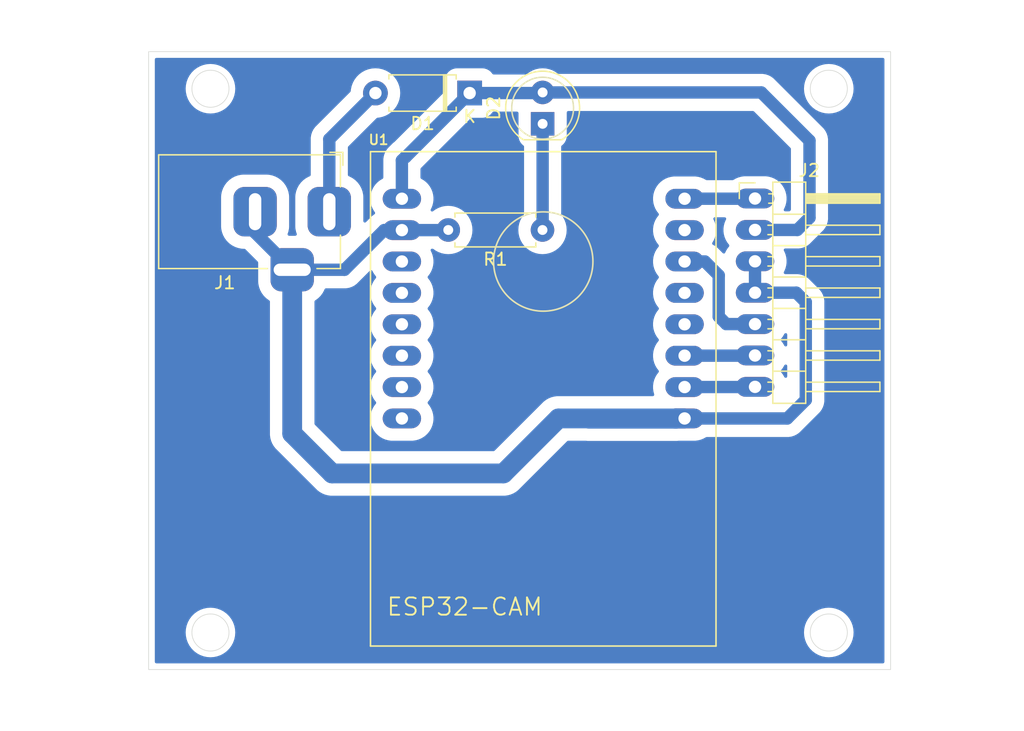
<source format=kicad_pcb>
(kicad_pcb (version 20240108) (generator "pcbnew") (generator_version "8.0")
  (layers (0 "F.Cu" signal) (31 "B.Cu" signal) (34 "B.Paste" user) (35 "F.Paste" user) (36 "B.SilkS" user "B.Silkscreen") (37 "F.SilkS" user "F.Silkscreen") (38 "B.Mask" user) (39 "F.Mask" user) (44 "Edge.Cuts" user))
  (net 0 "")
  (net 1 "Net-(D1-A)")
  (net 2 "+5V")
  (net 3 "Net-(D2-K)")
  (net 4 "GND")
  (net 5 "GPIO_0")
  (net 6 "UART_TX")
  (net 7 "UART_RX")
  (net 8 "+3.3V")
  (footprint "LED_THT:LED_D5.0mm" (layer "F.Cu") (at 139.09933 50.75467 90)
    (property "Reference" "D2" (at 1.27 -3.96 -90) (layer "F.SilkS"))
    (property "Value" "LED")
    (fp_line (start -1.29 -1.545) (end -1.29 1.545) (stroke (width 0.12)) (layer "F.SilkS"))
    (fp_arc (start -1.29 -1.54483) (mid 2.072002 -2.880433) (end 4.26 0.000462) (stroke (width 0.12)) (layer "F.SilkS"))
    (fp_arc (start 4.26 -0.000462) (mid 2.072002 2.880433) (end -1.29 1.54483) (stroke (width 0.12)) (layer "F.SilkS"))
    (fp_circle (center 1.27 0) (end 3.77 0) (stroke (width 0.12)) (fill none) (layer "F.SilkS"))
    (pad "1" thru_hole rect (at 0 0 90) (size 1.9 1.9) (drill 0.8) (layers "*.Cu" "*.Mask") (net 3 "Net-(D2-K)"))
    (pad "2" thru_hole circle (at 2.54 0 90) (size 1.9 1.9) (drill 0.8) (layers "*.Cu" "*.Mask") (net 2 "+5V"))
  )
  (footprint "Connector_BarrelJack:BarrelJack_Horizontal" (layer "F.Cu") (at 121.84933 57.86467)
    (property "Reference" "J1" (at -8.45 5.75 0) (layer "F.SilkS"))
    (property "Value" "Barrel_Jack_Switch")
    (fp_line (start -13.8 -4.6) (end 0.9 -4.6) (stroke (width 0.12)) (layer "F.SilkS"))
    (fp_line (start -13.8 4.6) (end -13.8 -4.6) (stroke (width 0.12)) (layer "F.SilkS"))
    (fp_line (start -5 4.6) (end -13.8 4.6) (stroke (width 0.12)) (layer "F.SilkS"))
    (fp_line (start 0.05 -4.8) (end 1.1 -4.8) (stroke (width 0.12)) (layer "F.SilkS"))
    (fp_line (start 0.9 -4.6) (end 0.9 -2) (stroke (width 0.12)) (layer "F.SilkS"))
    (fp_line (start 0.9 1.9) (end 0.9 4.6) (stroke (width 0.12)) (layer "F.SilkS"))
    (fp_line (start 0.9 4.6) (end -1 4.6) (stroke (width 0.12)) (layer "F.SilkS"))
    (fp_line (start 1.1 -3.75) (end 1.1 -4.8) (stroke (width 0.12)) (layer "F.SilkS"))
    (pad "1" thru_hole roundrect (at 0 0) (size 3.5 4) (drill oval 1 3) (layers "*.Cu" "*.Mask") (net 1 "Net-(D1-A)"))
    (pad "2" thru_hole roundrect (at -6 0) (size 3.5 4) (drill oval 1 3) (layers "*.Cu" "*.Mask") (net 4 "GND"))
    (pad "3" thru_hole roundrect (at -3 4.7) (size 3.5 3.5) (drill oval 3 1) (layers "*.Cu" "*.Mask") (net 4 "GND"))
  )
  (footprint "Resistor_THT:R_Axial_DIN0207_L6.3mm_D2.5mm_P7.62mm_Horizontal" (layer "F.Cu") (at 139.08933 59.34467 180)
    (property "Reference" "R1" (at 3.81 -2.37 180) (layer "F.SilkS"))
    (property "Value" "220R")
    (fp_line (start 7.08 1.37) (end 7.08 1.04) (stroke (width 0.12)) (layer "F.SilkS"))
    (fp_line (start 7.08 -1.37) (end 7.08 -1.04) (stroke (width 0.12)) (layer "F.SilkS"))
    (fp_line (start 0.54 1.37) (end 7.08 1.37) (stroke (width 0.12)) (layer "F.SilkS"))
    (fp_line (start 0.54 1.04) (end 0.54 1.37) (stroke (width 0.12)) (layer "F.SilkS"))
    (fp_line (start 0.54 -1.04) (end 0.54 -1.37) (stroke (width 0.12)) (layer "F.SilkS"))
    (fp_line (start 0.54 -1.37) (end 7.08 -1.37) (stroke (width 0.12)) (layer "F.SilkS"))
    (pad "1" thru_hole circle (at 0 0 180) (size 1.9 1.9) (drill 0.8) (layers "*.Cu" "*.Mask") (net 3 "Net-(D2-K)"))
    (pad "2" thru_hole circle (at 7.62 0 180) (size 1.9 1.9) (drill 0.8) (layers "*.Cu" "*.Mask") (net 4 "GND"))
  )
  (footprint "Connector_PinHeader_2.54mm:PinHeader_1x07_P2.54mm_Horizontal" (layer "F.Cu") (at 156.27433 56.79967)
    (property "Reference" "J2" (at 4.385 -2.27 0) (layer "F.SilkS"))
    (property "Value" "PROGRAMMING CONNECTOR")
    (fp_line (start -1.27 -1.27) (end 0 -1.27) (stroke (width 0.12)) (layer "F.SilkS"))
    (fp_line (start -1.27 0) (end -1.27 -1.27) (stroke (width 0.12)) (layer "F.SilkS"))
    (fp_line (start 1.042929 2.16) (end 1.44 2.16) (stroke (width 0.12)) (layer "F.SilkS"))
    (fp_line (start 1.042929 2.92) (end 1.44 2.92) (stroke (width 0.12)) (layer "F.SilkS"))
    (fp_line (start 1.042929 4.7) (end 1.44 4.7) (stroke (width 0.12)) (layer "F.SilkS"))
    (fp_line (start 1.042929 5.46) (end 1.44 5.46) (stroke (width 0.12)) (layer "F.SilkS"))
    (fp_line (start 1.042929 7.24) (end 1.44 7.24) (stroke (width 0.12)) (layer "F.SilkS"))
    (fp_line (start 1.042929 8) (end 1.44 8) (stroke (width 0.12)) (layer "F.SilkS"))
    (fp_line (start 1.042929 9.78) (end 1.44 9.78) (stroke (width 0.12)) (layer "F.SilkS"))
    (fp_line (start 1.042929 10.54) (end 1.44 10.54) (stroke (width 0.12)) (layer "F.SilkS"))
    (fp_line (start 1.042929 12.32) (end 1.44 12.32) (stroke (width 0.12)) (layer "F.SilkS"))
    (fp_line (start 1.042929 13.08) (end 1.44 13.08) (stroke (width 0.12)) (layer "F.SilkS"))
    (fp_line (start 1.042929 14.86) (end 1.44 14.86) (stroke (width 0.12)) (layer "F.SilkS"))
    (fp_line (start 1.042929 15.62) (end 1.44 15.62) (stroke (width 0.12)) (layer "F.SilkS"))
    (fp_line (start 1.11 -0.38) (end 1.44 -0.38) (stroke (width 0.12)) (layer "F.SilkS"))
    (fp_line (start 1.11 0.38) (end 1.44 0.38) (stroke (width 0.12)) (layer "F.SilkS"))
    (fp_line (start 1.44 -1.33) (end 1.44 16.57) (stroke (width 0.12)) (layer "F.SilkS"))
    (fp_line (start 1.44 1.27) (end 4.1 1.27) (stroke (width 0.12)) (layer "F.SilkS"))
    (fp_line (start 1.44 3.81) (end 4.1 3.81) (stroke (width 0.12)) (layer "F.SilkS"))
    (fp_line (start 1.44 6.35) (end 4.1 6.35) (stroke (width 0.12)) (layer "F.SilkS"))
    (fp_line (start 1.44 8.89) (end 4.1 8.89) (stroke (width 0.12)) (layer "F.SilkS"))
    (fp_line (start 1.44 11.43) (end 4.1 11.43) (stroke (width 0.12)) (layer "F.SilkS"))
    (fp_line (start 1.44 13.97) (end 4.1 13.97) (stroke (width 0.12)) (layer "F.SilkS"))
    (fp_line (start 1.44 16.57) (end 4.1 16.57) (stroke (width 0.12)) (layer "F.SilkS"))
    (fp_line (start 4.1 -1.33) (end 1.44 -1.33) (stroke (width 0.12)) (layer "F.SilkS"))
    (fp_line (start 4.1 -0.38) (end 10.1 -0.38) (stroke (width 0.12)) (layer "F.SilkS"))
    (fp_line (start 4.1 -0.32) (end 10.1 -0.32) (stroke (width 0.12)) (layer "F.SilkS"))
    (fp_line (start 4.1 -0.2) (end 10.1 -0.2) (stroke (width 0.12)) (layer "F.SilkS"))
    (fp_line (start 4.1 -0.08) (end 10.1 -0.08) (stroke (width 0.12)) (layer "F.SilkS"))
    (fp_line (start 4.1 0.04) (end 10.1 0.04) (stroke (width 0.12)) (layer "F.SilkS"))
    (fp_line (start 4.1 0.16) (end 10.1 0.16) (stroke (width 0.12)) (layer "F.SilkS"))
    (fp_line (start 4.1 0.28) (end 10.1 0.28) (stroke (width 0.12)) (layer "F.SilkS"))
    (fp_line (start 4.1 2.16) (end 10.1 2.16) (stroke (width 0.12)) (layer "F.SilkS"))
    (fp_line (start 4.1 4.7) (end 10.1 4.7) (stroke (width 0.12)) (layer "F.SilkS"))
    (fp_line (start 4.1 7.24) (end 10.1 7.24) (stroke (width 0.12)) (layer "F.SilkS"))
    (fp_line (start 4.1 9.78) (end 10.1 9.78) (stroke (width 0.12)) (layer "F.SilkS"))
    (fp_line (start 4.1 12.32) (end 10.1 12.32) (stroke (width 0.12)) (layer "F.SilkS"))
    (fp_line (start 4.1 14.86) (end 10.1 14.86) (stroke (width 0.12)) (layer "F.SilkS"))
    (fp_line (start 4.1 16.57) (end 4.1 -1.33) (stroke (width 0.12)) (layer "F.SilkS"))
    (fp_line (start 10.1 -0.38) (end 10.1 0.38) (stroke (width 0.12)) (layer "F.SilkS"))
    (fp_line (start 10.1 0.38) (end 4.1 0.38) (stroke (width 0.12)) (layer "F.SilkS"))
    (fp_line (start 10.1 2.16) (end 10.1 2.92) (stroke (width 0.12)) (layer "F.SilkS"))
    (fp_line (start 10.1 2.92) (end 4.1 2.92) (stroke (width 0.12)) (layer "F.SilkS"))
    (fp_line (start 10.1 4.7) (end 10.1 5.46) (stroke (width 0.12)) (layer "F.SilkS"))
    (fp_line (start 10.1 5.46) (end 4.1 5.46) (stroke (width 0.12)) (layer "F.SilkS"))
    (fp_line (start 10.1 7.24) (end 10.1 8) (stroke (width 0.12)) (layer "F.SilkS"))
    (fp_line (start 10.1 8) (end 4.1 8) (stroke (width 0.12)) (layer "F.SilkS"))
    (fp_line (start 10.1 9.78) (end 10.1 10.54) (stroke (width 0.12)) (layer "F.SilkS"))
    (fp_line (start 10.1 10.54) (end 4.1 10.54) (stroke (width 0.12)) (layer "F.SilkS"))
    (fp_line (start 10.1 12.32) (end 10.1 13.08) (stroke (width 0.12)) (layer "F.SilkS"))
    (fp_line (start 10.1 13.08) (end 4.1 13.08) (stroke (width 0.12)) (layer "F.SilkS"))
    (fp_line (start 10.1 14.86) (end 10.1 15.62) (stroke (width 0.12)) (layer "F.SilkS"))
    (fp_line (start 10.1 15.62) (end 4.1 15.62) (stroke (width 0.12)) (layer "F.SilkS"))
    (pad "1" thru_hole oval (at 0 0) (size 3.1 1.6) (drill 1) (layers "*.Cu" "*.Mask") (net 8 "+3.3V"))
    (pad "2" thru_hole oval (at 0 2.54) (size 3.1 1.6) (drill 1) (layers "*.Cu" "*.Mask") (net 2 "+5V"))
    (pad "3" thru_hole oval (at 0 5.08) (size 3.1 1.6) (drill 1) (layers "*.Cu" "*.Mask") (net 4 "GND"))
    (pad "4" thru_hole oval (at 0 7.62) (size 3.1 1.6) (drill 1) (layers "*.Cu" "*.Mask") (net 4 "GND"))
    (pad "5" thru_hole oval (at 0 10.16) (size 3.1 1.6) (drill 1) (layers "*.Cu" "*.Mask") (net 5 "GPIO_0"))
    (pad "6" thru_hole oval (at 0 12.7) (size 3.1 1.6) (drill 1) (layers "*.Cu" "*.Mask") (net 7 "UART_RX"))
    (pad "7" thru_hole oval (at 0 15.24) (size 3.1 1.6) (drill 1) (layers "*.Cu" "*.Mask") (net 6 "UART_TX"))
  )
  (footprint "Diode_THT:D_A-405_P7.62mm_Horizontal" (layer "F.Cu") (at 133.19933 48.26467 180)
    (property "Reference" "D1" (at 3.81 -2.47 180) (layer "F.SilkS"))
    (property "Value" "D")
    (fp_line (start 6.53 1.47) (end 6.53 1.14) (stroke (width 0.12)) (layer "F.SilkS"))
    (fp_line (start 6.53 -1.47) (end 6.53 -1.14) (stroke (width 0.12)) (layer "F.SilkS"))
    (fp_line (start 2.11 -1.47) (end 2.11 1.47) (stroke (width 0.12)) (layer "F.SilkS"))
    (fp_line (start 1.99 -1.47) (end 1.99 1.47) (stroke (width 0.12)) (layer "F.SilkS"))
    (fp_line (start 1.87 -1.47) (end 1.87 1.47) (stroke (width 0.12)) (layer "F.SilkS"))
    (fp_line (start 1.09 1.47) (end 6.53 1.47) (stroke (width 0.12)) (layer "F.SilkS"))
    (fp_line (start 1.09 1.14) (end 1.09 1.47) (stroke (width 0.12)) (layer "F.SilkS"))
    (fp_line (start 1.09 -1.14) (end 1.09 -1.47) (stroke (width 0.12)) (layer "F.SilkS"))
    (fp_line (start 1.09 -1.47) (end 6.53 -1.47) (stroke (width 0.12)) (layer "F.SilkS"))
    (fp_text user "K" (at 0 -1.9 180) (layer "F.SilkS"))
    (pad "1" thru_hole rect (at 0 0 180) (size 2 2) (drill 1) (layers "*.Cu" "*.Mask") (net 2 "+5V"))
    (pad "2" thru_hole oval (at 7.62 0 180) (size 2 2) (drill 1) (layers "*.Cu" "*.Mask") (net 1 "Net-(D1-A)"))
  )
  (footprint "ESP32-CAM:ESP32-CAM" (layer "F.Cu") (at 139.14999 66.97533 180)
    (property "Reference" "U1" (at 13.32 14.9275 180) (layer "F.SilkS") (effects (font (size 0.787402 0.787402))))
    (property "Value" "ESP32-CAM")
    (fp_line (start 13.97 13.97) (end 13.97 -26.035) (stroke (width 0.127)) (layer "F.SilkS"))
    (fp_line (start 13.97 -26.035) (end -13.97 -26.035) (stroke (width 0.127)) (layer "F.SilkS"))
    (fp_line (start -13.97 13.97) (end 13.97 13.97) (stroke (width 0.127)) (layer "F.SilkS"))
    (fp_line (start -13.97 -26.035) (end -13.97 13.97) (stroke (width 0.127)) (layer "F.SilkS"))
    (fp_circle (center 0 5.08) (end 4.01609 5.08) (stroke (width 0.127)) (fill none) (layer "F.SilkS"))
    (fp_text user "ESP32-CAM" (at 6.35 -22.86 180) (layer "F.SilkS") (effects (font (size 1.4 1.4))))
    (pad "P$1" thru_hole oval (at -11.43 -7.62 180) (size 3.1 1.6) (drill 1) (layers "*.Cu" "*.Mask") (net 4 "GND"))
    (pad "P$2" thru_hole oval (at -11.43 -5.08 180) (size 3.1 1.6) (drill 1) (layers "*.Cu" "*.Mask") (net 6 "UART_TX"))
    (pad "P$3" thru_hole oval (at -11.43 -2.54 180) (size 3.1 1.6) (drill 1) (layers "*.Cu" "*.Mask") (net 7 "UART_RX"))
    (pad "P$4" thru_hole oval (at -11.43 0 180) (size 3.1 1.6) (drill 1) (layers "*.Cu" "*.Mask"))
    (pad "P$5" thru_hole oval (at -11.43 2.54 180) (size 3.1 1.6) (drill 1) (layers "*.Cu" "*.Mask") (net 4 "GND"))
    (pad "P$6" thru_hole oval (at -11.43 5.08 180) (size 3.1 1.6) (drill 1) (layers "*.Cu" "*.Mask") (net 5 "GPIO_0"))
    (pad "P$7" thru_hole oval (at -11.43 7.62 180) (size 3.1 1.6) (drill 1) (layers "*.Cu" "*.Mask"))
    (pad "P$8" thru_hole oval (at -11.43 10.16 180) (size 3.1 1.6) (drill 1) (layers "*.Cu" "*.Mask") (net 8 "+3.3V"))
    (pad "P$9" thru_hole oval (at 11.43 10.16 180) (size 3.1 1.6) (drill 1) (layers "*.Cu" "*.Mask") (net 2 "+5V"))
    (pad "P$10" thru_hole oval (at 11.43 7.62 180) (size 3.1 1.6) (drill 1) (layers "*.Cu" "*.Mask") (net 4 "GND"))
    (pad "P$11" thru_hole oval (at 11.43 5.08 180) (size 3.1 1.6) (drill 1) (layers "*.Cu" "*.Mask"))
    (pad "P$12" thru_hole oval (at 11.43 2.54 180) (size 3.1 1.6) (drill 1) (layers "*.Cu" "*.Mask"))
    (pad "P$13" thru_hole oval (at 11.43 0 180) (size 3.1 1.6) (drill 1) (layers "*.Cu" "*.Mask"))
    (pad "P$14" thru_hole oval (at 11.43 -2.54 180) (size 3.1 1.6) (drill 1) (layers "*.Cu" "*.Mask"))
    (pad "P$15" thru_hole oval (at 11.43 -5.08 180) (size 3.1 1.6) (drill 1) (layers "*.Cu" "*.Mask"))
    (pad "P$16" thru_hole oval (at 11.43 -7.62 180) (size 3.1 1.6) (drill 1) (layers "*.Cu" "*.Mask"))
  )
  (gr_circle (center 139.15 61.89) (end 143.15 61.89) (stroke (width 0.05)) (fill none) (layer "Edge.Cuts"))
  (gr_rect (start 107.23933 44.91467) (end 167.23933 94.91467) (stroke (width 0.05)) (fill none) (layer "Edge.Cuts"))
  (gr_circle (center 112.23933 47.91467) (end 113.73933 47.91467) (stroke (width 0.05)) (fill none) (layer "Edge.Cuts"))
  (gr_circle (center 139.1 49.48) (end 141.6 49.48) (stroke (width 0.05)) (fill none) (layer "Edge.Cuts"))
  (gr_circle (center 112.23933 91.91467) (end 113.73933 91.91467) (stroke (width 0.05)) (fill none) (layer "Edge.Cuts"))
  (gr_circle (center 162.23933 91.91467) (end 163.73933 91.91467) (stroke (width 0.05)) (fill none) (layer "Edge.Cuts"))
  (gr_circle (center 162.23933 47.91467) (end 163.73933 47.91467) (stroke (width 0.05)) (fill none) (layer "Edge.Cuts"))
  (segment (start 125.57933 48.26467) (end 121.84933 51.99467) (width 1) (layer "B.Cu") (net 1))
  (segment (start 121.84933 51.99467) (end 121.84933 57.86467) (width 1) (layer "B.Cu") (net 1))
  (segment (start 133.19933 48.26467) (end 128.01933 53.44467) (width 1) (layer "B.Cu") (net 2))
  (segment (start 160.67933 52.11467) (end 160.67933 58.35467) (width 1) (layer "B.Cu") (net 2))
  (segment (start 160.67933 58.35467) (end 159.69433 59.33967) (width 1) (layer "B.Cu") (net 2))
  (segment (start 159.69433 59.33967) (end 156.27433 59.33967) (width 1) (layer "B.Cu") (net 2))
  (segment (start 139.09933 48.21467) (end 156.77933 48.21467) (width 1) (layer "B.Cu") (net 2))
  (segment (start 127.98933 53.44467) (end 127.71999 53.71401) (width 1) (layer "B.Cu") (net 2))
  (segment (start 127.71999 53.71401) (end 127.71999 56.81533) (width 1) (layer "B.Cu") (net 2))
  (segment (start 156.77933 48.21467) (end 160.67933 52.11467) (width 1) (layer "B.Cu") (net 2))
  (segment (start 128.01933 53.44467) (end 127.98933 53.44467) (width 1) (layer "B.Cu") (net 2))
  (segment (start 133.19933 48.26467) (end 139.04933 48.26467) (width 1) (layer "B.Cu") (net 2))
  (segment (start 139.04933 48.26467) (end 139.09933 48.21467) (width 1) (layer "B.Cu") (net 2))
  (segment (start 139.09933 50.75467) (end 139.09933 59.33467) (width 1) (layer "B.Cu") (net 3))
  (segment (start 139.09933 59.33467) (end 139.08933 59.34467) (width 1) (layer "B.Cu") (net 3))
  (segment (start 159.61433 64.41967) (end 160.37933 65.18467) (width 1) (layer "B.Cu") (net 4))
  (segment (start 123.07933 62.56467) (end 118.84933 62.56467) (width 1) (layer "B.Cu") (net 4))
  (segment (start 126.28867 59.35533) (end 123.07933 62.56467) (width 1) (layer "B.Cu") (net 4))
  (segment (start 158.87867 74.59533) (end 150.57999 74.59533) (width 1) (layer "B.Cu") (net 4))
  (segment (start 115.84933 57.86467) (end 115.84933 59.56467) (width 1) (layer "B.Cu") (net 4))
  (segment (start 149.866146 74.59533) (end 149.846806 74.61467) (width 1.6) (layer "B.Cu") (net 4))
  (segment (start 150.57999 74.59533) (end 140.37467 74.59533) (width 1.6) (layer "B.Cu") (net 4))
  (segment (start 149.846806 74.61467) (end 142.85533 74.61467) (width 1.6) (layer "B.Cu") (net 4))
  (segment (start 135.92533 79.04467) (end 122.07533 79.04467) (width 1.6) (layer "B.Cu") (net 4))
  (segment (start 122.07533 79.04467) (end 118.84933 75.81867) (width 1.6) (layer "B.Cu") (net 4))
  (segment (start 156.27433 64.41967) (end 159.61433 64.41967) (width 1) (layer "B.Cu") (net 4))
  (segment (start 156.27433 61.87967) (end 156.27433 64.41967) (width 1) (layer "B.Cu") (net 4))
  (segment (start 160.37933 73.09467) (end 158.87867 74.59533) (width 1) (layer "B.Cu") (net 4))
  (segment (start 150.57999 74.59533) (end 149.866146 74.59533) (width 1.6) (layer "B.Cu") (net 4))
  (segment (start 115.84933 59.56467) (end 118.84933 62.56467) (width 1) (layer "B.Cu") (net 4))
  (segment (start 160.37933 65.18467) (end 160.37933 73.09467) (width 1) (layer "B.Cu") (net 4))
  (segment (start 127.71999 59.35533) (end 131.45867 59.35533) (width 1) (layer "B.Cu") (net 4))
  (segment (start 131.45867 59.35533) (end 131.46933 59.34467) (width 1) (layer "B.Cu") (net 4))
  (segment (start 127.71999 59.35533) (end 126.28867 59.35533) (width 1) (layer "B.Cu") (net 4))
  (segment (start 118.84933 75.81867) (end 118.84933 62.56467) (width 1.6) (layer "B.Cu") (net 4))
  (segment (start 140.37467 74.59533) (end 135.92533 79.04467) (width 1.6) (layer "B.Cu") (net 4))
  (segment (start 153.95433 66.95967) (end 153.33933 66.34467) (width 1) (layer "B.Cu") (net 5))
  (segment (start 153.33933 63.01467) (end 152.21999 61.89533) (width 1) (layer "B.Cu") (net 5))
  (segment (start 152.21999 61.89533) (end 150.57999 61.89533) (width 1) (layer "B.Cu") (net 5))
  (segment (start 156.27433 66.95967) (end 153.95433 66.95967) (width 1) (layer "B.Cu") (net 5))
  (segment (start 153.33933 66.34467) (end 153.33933 63.01467) (width 1) (layer "B.Cu") (net 5))
  (segment (start 156.25867 72.05533) (end 156.27433 72.03967) (width 1) (layer "B.Cu") (net 6))
  (segment (start 150.57999 72.05533) (end 156.25867 72.05533) (width 1) (layer "B.Cu") (net 6))
  (segment (start 156.25867 69.51533) (end 156.27433 69.49967) (width 1) (layer "B.Cu") (net 7))
  (segment (start 150.57999 69.51533) (end 156.25867 69.51533) (width 1) (layer "B.Cu") (net 7))
  (segment (start 150.57999 56.81533) (end 156.25867 56.81533) (width 1) (layer "B.Cu") (net 8))
  (segment (start 156.25867 56.81533) (end 156.27433 56.79967) (width 1) (layer "B.Cu") (net 8))
  (zone (net 0) (net_name "") (layer "B.Cu") (priority 1) (connect_pads yes (clearance 1)) (min_thickness 0.25) (fill yes (thermal_gap 0.5) (thermal_bridge_width 0.5) (smoothing fillet) (radius 0.5) (island_removal_mode 1) (island_area_min 10))
    (polygon (pts (xy 167.23533 44.91467) (xy 167.23533 94.91467) (xy 107.23533 94.91467) (xy 107.22533 44.92467)))
  )
)
</source>
